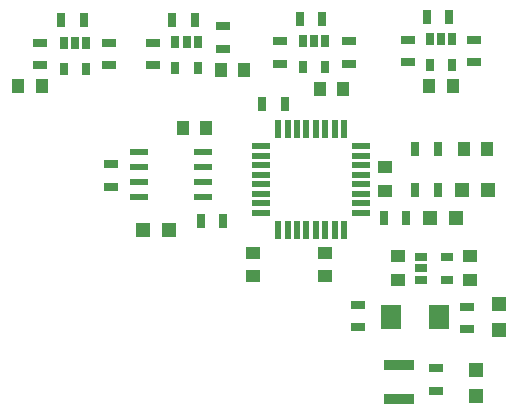
<source format=gtp>
G04 #@! TF.GenerationSoftware,KiCad,Pcbnew,5.1.10*
G04 #@! TF.CreationDate,2022-03-08T21:35:18-05:00*
G04 #@! TF.ProjectId,throttle,7468726f-7474-46c6-952e-6b696361645f,Rev 2*
G04 #@! TF.SameCoordinates,Original*
G04 #@! TF.FileFunction,Paste,Top*
G04 #@! TF.FilePolarity,Positive*
%FSLAX46Y46*%
G04 Gerber Fmt 4.6, Leading zero omitted, Abs format (unit mm)*
G04 Created by KiCad (PCBNEW 5.1.10) date 2022-03-08 21:35:18*
%MOMM*%
%LPD*%
G01*
G04 APERTURE LIST*
%ADD10R,0.700000X1.300000*%
%ADD11R,1.200000X1.200000*%
%ADD12R,1.300000X0.700000*%
%ADD13R,1.000000X1.250000*%
%ADD14R,1.250000X1.000000*%
%ADD15R,1.550000X0.600000*%
%ADD16R,1.600000X0.550000*%
%ADD17R,0.550000X1.600000*%
%ADD18R,0.650000X1.060000*%
%ADD19R,1.060000X0.650000*%
%ADD20R,1.778000X2.159000*%
%ADD21R,2.500000X0.900000*%
G04 APERTURE END LIST*
D10*
X194823000Y-109283500D03*
X196723000Y-109283500D03*
D11*
X198755000Y-109283500D03*
X200955000Y-109283500D03*
D10*
X192151000Y-111696500D03*
X194051000Y-111696500D03*
D11*
X196047000Y-111696500D03*
X198247000Y-111696500D03*
D12*
X178562000Y-95440500D03*
X178562000Y-97340500D03*
D10*
X176662000Y-111887000D03*
X178562000Y-111887000D03*
D11*
X171790000Y-112712500D03*
X173990000Y-112712500D03*
D13*
X175133000Y-104076500D03*
X177133000Y-104076500D03*
X200914000Y-105854500D03*
X198914000Y-105854500D03*
D14*
X192278000Y-109378500D03*
X192278000Y-107378500D03*
X187198000Y-116617500D03*
X187198000Y-114617500D03*
X181102000Y-116617500D03*
X181102000Y-114617500D03*
D10*
X194823000Y-105854500D03*
X196723000Y-105854500D03*
D12*
X169037000Y-109029500D03*
X169037000Y-107129500D03*
D10*
X181869000Y-102044500D03*
X183769000Y-102044500D03*
X195773000Y-94678500D03*
X197673000Y-94678500D03*
X174249000Y-94932500D03*
X176149000Y-94932500D03*
D12*
X199771000Y-98483500D03*
X199771000Y-96583500D03*
X194183000Y-98483500D03*
X194183000Y-96583500D03*
X172593000Y-96837500D03*
X172593000Y-98737500D03*
D10*
X186944000Y-94805500D03*
X185044000Y-94805500D03*
X164851000Y-94932500D03*
X166751000Y-94932500D03*
D12*
X189230000Y-96710500D03*
X189230000Y-98610500D03*
X183388000Y-98610500D03*
X183388000Y-96710500D03*
X168910000Y-98737500D03*
X168910000Y-96837500D03*
X163068000Y-98737500D03*
X163068000Y-96837500D03*
D15*
X171417000Y-109918500D03*
X171417000Y-108648500D03*
X171417000Y-107378500D03*
X171417000Y-106108500D03*
X176817000Y-106108500D03*
X176817000Y-107378500D03*
X176817000Y-108648500D03*
X176817000Y-109918500D03*
D16*
X181746000Y-105613500D03*
X181746000Y-106413500D03*
X181746000Y-107213500D03*
X181746000Y-108013500D03*
X181746000Y-108813500D03*
X181746000Y-109613500D03*
X181746000Y-110413500D03*
X181746000Y-111213500D03*
D17*
X183196000Y-112663500D03*
X183996000Y-112663500D03*
X184796000Y-112663500D03*
X185596000Y-112663500D03*
X186396000Y-112663500D03*
X187196000Y-112663500D03*
X187996000Y-112663500D03*
X188796000Y-112663500D03*
D16*
X190246000Y-111213500D03*
X190246000Y-110413500D03*
X190246000Y-109613500D03*
X190246000Y-108813500D03*
X190246000Y-108013500D03*
X190246000Y-107213500D03*
X190246000Y-106413500D03*
X190246000Y-105613500D03*
D17*
X188796000Y-104163500D03*
X187996000Y-104163500D03*
X187196000Y-104163500D03*
X186396000Y-104163500D03*
X185596000Y-104163500D03*
X184796000Y-104163500D03*
X183996000Y-104163500D03*
X183196000Y-104163500D03*
D18*
X197927000Y-98699500D03*
X196027000Y-98699500D03*
X196027000Y-96499500D03*
X196977000Y-96499500D03*
X197927000Y-96499500D03*
X176403000Y-96796500D03*
X175453000Y-96796500D03*
X174503000Y-96796500D03*
X174503000Y-98996500D03*
X176403000Y-98996500D03*
X187198000Y-98869500D03*
X185298000Y-98869500D03*
X185298000Y-96669500D03*
X186248000Y-96669500D03*
X187198000Y-96669500D03*
X166939000Y-96837500D03*
X165989000Y-96837500D03*
X165039000Y-96837500D03*
X165039000Y-99037500D03*
X166939000Y-99037500D03*
D14*
X193357500Y-116903500D03*
X193357500Y-114903500D03*
X199453500Y-114903500D03*
X199453500Y-116903500D03*
D19*
X195325501Y-114984501D03*
X195325501Y-115934501D03*
X195325501Y-116884501D03*
X197525501Y-116884501D03*
X197525501Y-114984501D03*
D13*
X195977000Y-100520500D03*
X197977000Y-100520500D03*
X178340000Y-99123500D03*
X180340000Y-99123500D03*
X186722000Y-100774500D03*
X188722000Y-100774500D03*
X163195000Y-100520500D03*
X161195000Y-100520500D03*
D12*
X189992000Y-119001500D03*
X189992000Y-120901500D03*
D20*
X196786500Y-120015000D03*
X192722500Y-120015000D03*
D11*
X199961500Y-126703000D03*
X199961500Y-124503000D03*
X201866500Y-121115000D03*
X201866500Y-118915000D03*
D21*
X193421000Y-124079000D03*
X193421000Y-126979000D03*
D12*
X196532500Y-124396500D03*
X196532500Y-126296500D03*
X199199500Y-119194500D03*
X199199500Y-121094500D03*
M02*

</source>
